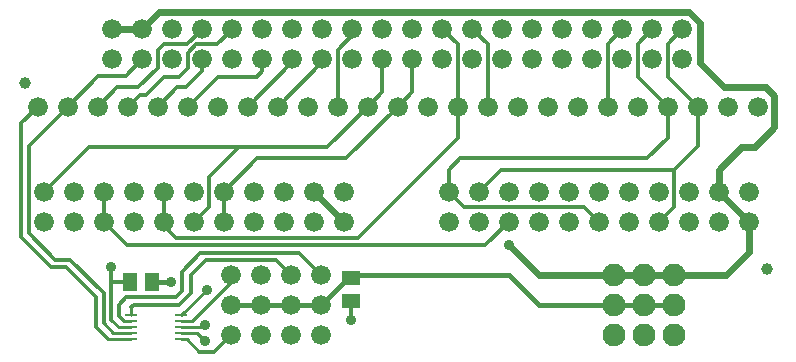
<source format=gbr>
G04 EAGLE Gerber RS-274X export*
G75*
%MOMM*%
%FSLAX34Y34*%
%LPD*%
%INTop Copper*%
%IPPOS*%
%AMOC8*
5,1,8,0,0,1.08239X$1,22.5*%
G01*
%ADD10C,1.676400*%
%ADD11C,1.000000*%
%ADD12C,1.930400*%
%ADD13R,1.000000X0.250000*%
%ADD14R,1.240000X1.500000*%
%ADD15R,1.500000X1.240000*%
%ADD16C,0.558800*%
%ADD17C,0.906400*%
%ADD18C,0.304800*%
%ADD19C,0.254000*%
%ADD20C,0.406400*%


D10*
X83700Y252300D03*
X83700Y277700D03*
X109100Y252300D03*
X109100Y277700D03*
X134500Y252300D03*
X134500Y277700D03*
X159900Y252300D03*
X159900Y277700D03*
X185300Y252300D03*
X185300Y277700D03*
X210700Y252300D03*
X210700Y277700D03*
X236100Y252300D03*
X236100Y277700D03*
X261500Y252300D03*
X261500Y277700D03*
X286900Y252300D03*
X286900Y277700D03*
X312300Y252300D03*
X312300Y277700D03*
X337700Y252300D03*
X337700Y277700D03*
X363100Y252300D03*
X363100Y277700D03*
X388500Y252300D03*
X388500Y277700D03*
X413900Y252300D03*
X413900Y277700D03*
X439300Y252300D03*
X439300Y277700D03*
X464700Y252300D03*
X464700Y277700D03*
X490100Y252300D03*
X490100Y277700D03*
X515500Y252300D03*
X515500Y277700D03*
X540900Y252300D03*
X540900Y277700D03*
X566300Y252300D03*
X566300Y277700D03*
X20320Y212090D03*
X45720Y212090D03*
X71120Y212090D03*
X96520Y212090D03*
X121920Y212090D03*
X147320Y212090D03*
X172720Y212090D03*
X198120Y212090D03*
X223520Y212090D03*
X248920Y212090D03*
X274320Y212090D03*
X299720Y212090D03*
X325120Y212090D03*
X350520Y212090D03*
X375920Y212090D03*
X401320Y212090D03*
X426720Y212090D03*
X452120Y212090D03*
X477520Y212090D03*
X502920Y212090D03*
X528320Y212090D03*
X553720Y212090D03*
X579120Y212090D03*
X604520Y212090D03*
X629920Y212090D03*
D11*
X9525Y231775D03*
X637540Y74930D03*
D12*
X508000Y69850D03*
X533400Y69850D03*
X558800Y69850D03*
X508000Y44450D03*
X533400Y44450D03*
X558800Y44450D03*
X508000Y19050D03*
X533400Y19050D03*
X558800Y19050D03*
D10*
X25400Y139700D03*
X50800Y139700D03*
X76200Y139700D03*
X101600Y139700D03*
X127000Y139700D03*
X152400Y139700D03*
X177800Y139700D03*
X203200Y139700D03*
X228600Y139700D03*
X254000Y139700D03*
X279400Y139700D03*
X25400Y114300D03*
X50800Y114300D03*
X76200Y114300D03*
X101600Y114300D03*
X127000Y114300D03*
X152400Y114300D03*
X177800Y114300D03*
X203200Y114300D03*
X228600Y114300D03*
X254000Y114300D03*
X279400Y114300D03*
X368300Y139700D03*
X393700Y139700D03*
X419100Y139700D03*
X444500Y139700D03*
X469900Y139700D03*
X495300Y139700D03*
X520700Y139700D03*
X546100Y139700D03*
X571500Y139700D03*
X596900Y139700D03*
X622300Y139700D03*
X368300Y114300D03*
X393700Y114300D03*
X419100Y114300D03*
X444500Y114300D03*
X469900Y114300D03*
X495300Y114300D03*
X520700Y114300D03*
X546100Y114300D03*
X571500Y114300D03*
X596900Y114300D03*
X622300Y114300D03*
D13*
X141781Y15400D03*
X141781Y20400D03*
X141781Y25400D03*
X141781Y30400D03*
X141781Y35400D03*
X99519Y35400D03*
X99519Y30400D03*
X99519Y25400D03*
X99519Y20400D03*
X99519Y15400D03*
D14*
X117450Y63500D03*
X98450Y63500D03*
D15*
X285750Y66650D03*
X285750Y47650D03*
D10*
X184150Y44450D03*
X209550Y44450D03*
X234950Y44450D03*
X260350Y44450D03*
X184150Y69850D03*
X209550Y69850D03*
X234950Y69850D03*
X260350Y69850D03*
X184150Y19050D03*
X209550Y19050D03*
X234950Y19050D03*
X260350Y19050D03*
D16*
X508000Y69850D02*
X533400Y69850D01*
X558800Y69850D01*
X622300Y114300D02*
X596900Y139700D01*
X279400Y114300D02*
X254000Y139700D01*
X109100Y277700D02*
X83700Y277700D01*
X123500Y292100D02*
X571500Y292100D01*
X581025Y282575D01*
X581025Y249238D01*
X601663Y228600D01*
X636905Y228600D01*
X644081Y221425D01*
X644081Y194501D01*
X123500Y292100D02*
X109100Y277700D01*
X419100Y95250D02*
X444500Y69850D01*
X508000Y69850D01*
D17*
X419100Y95250D03*
D16*
X622300Y88900D02*
X622300Y114300D01*
X622300Y88900D02*
X603250Y69850D01*
X558800Y69850D01*
X596900Y139700D02*
X596900Y158750D01*
X615950Y177800D01*
X627380Y177800D01*
X644081Y194501D01*
D18*
X94925Y238125D02*
X71755Y238125D01*
X94925Y238125D02*
X109100Y252300D01*
X71755Y238125D02*
X45720Y212090D01*
X12700Y179070D02*
X12700Y104775D01*
X12700Y179070D02*
X45720Y212090D01*
X47625Y82550D02*
X34925Y82550D01*
X12700Y104775D01*
D19*
X84375Y20400D02*
X99519Y20400D01*
X84375Y20400D02*
X76200Y28575D01*
D18*
X76200Y53975D01*
X47625Y82550D01*
X6350Y101600D02*
X6350Y198120D01*
X20320Y212090D01*
X44450Y76200D02*
X69375Y51275D01*
X44450Y76200D02*
X31750Y76200D01*
X6350Y101600D01*
X69375Y51275D02*
X69375Y25875D01*
D19*
X79850Y15400D01*
X99519Y15400D01*
D18*
X121920Y212090D02*
X138430Y228600D01*
X146050Y228600D01*
X159900Y242450D01*
X159900Y252300D01*
X172720Y237490D02*
X147320Y212090D01*
X172720Y237490D02*
X205740Y237490D01*
X210700Y242450D01*
X210700Y252300D01*
X236100Y250070D02*
X198120Y212090D01*
X236100Y250070D02*
X236100Y252300D01*
X261500Y250070D02*
X223520Y212090D01*
X261500Y250070D02*
X261500Y252300D01*
X312300Y252300D02*
X312300Y224670D01*
X63500Y177800D02*
X25400Y139700D01*
X63500Y177800D02*
X190500Y177800D01*
X265430Y177800D01*
X165100Y127000D02*
X152400Y114300D01*
X165100Y127000D02*
X165100Y152400D01*
X190500Y177800D01*
X299720Y212090D02*
X312300Y224670D01*
X299720Y212090D02*
X265430Y177800D01*
X337700Y224670D02*
X337700Y252300D01*
X177800Y139700D02*
X177800Y114300D01*
X177800Y139700D02*
X206375Y168275D01*
X281305Y168275D01*
X325120Y212090D02*
X337700Y224670D01*
X325120Y212090D02*
X281305Y168275D01*
D20*
X508000Y44450D02*
X533400Y44450D01*
X558800Y44450D01*
D19*
X88900Y25400D02*
X82550Y31750D01*
X88900Y25400D02*
X99519Y25400D01*
D20*
X184150Y44450D02*
X234950Y44450D01*
X260350Y44450D01*
X285750Y69850D01*
X419100Y69850D01*
X444500Y44450D01*
X508000Y44450D01*
D17*
X82550Y76200D03*
D18*
X82550Y63500D02*
X82550Y31750D01*
X82550Y63500D02*
X82550Y76200D01*
X82550Y63500D02*
X98450Y63500D01*
D20*
X285750Y66650D02*
X285750Y69850D01*
X101600Y63500D02*
X98450Y63500D01*
D19*
X141781Y15400D02*
X146525Y15400D01*
X157163Y4763D01*
D18*
X169863Y4763D01*
X184150Y19050D01*
D20*
X133350Y63500D02*
X117450Y63500D01*
D17*
X133350Y63500D03*
D19*
X141781Y25400D02*
X160338Y25400D01*
D18*
X161925Y26988D01*
D17*
X161925Y26988D03*
D18*
X71120Y212090D02*
X87630Y228600D01*
X105410Y228600D01*
X121920Y245110D01*
X121920Y259715D01*
X127000Y264795D01*
X146685Y264795D01*
X159240Y277350D01*
X159900Y277700D01*
X106680Y222250D02*
X96520Y212090D01*
X106680Y222250D02*
X111760Y222250D01*
X127000Y237490D01*
X139700Y237490D01*
X147320Y245110D01*
X147320Y257810D01*
X154305Y264795D01*
X172085Y264795D01*
X184640Y277350D01*
X185300Y277700D01*
X286900Y277700D02*
X286900Y272930D01*
X274320Y260350D01*
X274320Y212090D01*
X127000Y114300D02*
X127000Y111125D01*
X137160Y100965D01*
X291465Y100965D01*
X127000Y114300D02*
X127000Y139700D01*
X363100Y277700D02*
X375920Y264880D01*
X375920Y212090D01*
X375920Y185420D02*
X291465Y100965D01*
X375920Y185420D02*
X375920Y212090D01*
X401320Y264880D02*
X388500Y277700D01*
X401320Y264880D02*
X401320Y212090D01*
X502920Y212090D02*
X502920Y265120D01*
X515500Y277700D01*
X536575Y168275D02*
X377825Y168275D01*
X482600Y127000D02*
X495300Y114300D01*
X482600Y127000D02*
X381000Y127000D01*
X368300Y139700D01*
X536575Y168275D02*
X553720Y185420D01*
X553720Y212090D01*
X528638Y237173D01*
X528638Y265438D01*
X540900Y277700D01*
X368300Y158750D02*
X368300Y139700D01*
X368300Y158750D02*
X377825Y168275D01*
X393700Y139700D02*
X412750Y158750D01*
X558800Y158750D01*
X558800Y127000D02*
X546100Y114300D01*
X558800Y127000D02*
X558800Y158750D01*
X579120Y179070D02*
X579120Y212090D01*
X579120Y179070D02*
X558800Y158750D01*
X554038Y237173D02*
X554038Y265438D01*
X554038Y237173D02*
X579120Y212090D01*
X554038Y265438D02*
X566300Y277700D01*
X95885Y94615D02*
X76200Y114300D01*
X95885Y94615D02*
X399415Y94615D01*
X419100Y114300D01*
X76200Y114300D02*
X76200Y139700D01*
D17*
X161688Y14050D03*
X285750Y31750D03*
D18*
X285750Y47650D01*
D19*
X155338Y20400D02*
X141781Y20400D01*
X155338Y20400D02*
X161688Y14050D01*
D18*
X184150Y63500D02*
X184150Y69850D01*
D19*
X151050Y30400D02*
X141781Y30400D01*
X151050Y30400D02*
X184150Y63500D01*
X142080Y35400D02*
X141781Y35400D01*
X142080Y35400D02*
X163830Y57150D01*
D17*
X163830Y57150D03*
D19*
X99519Y42369D02*
X99519Y35400D01*
D18*
X222250Y82550D02*
X234950Y69850D01*
X101600Y44450D02*
X99519Y42369D01*
X101600Y44450D02*
X139700Y44450D01*
X149860Y54610D01*
X162560Y82550D02*
X222250Y82550D01*
X162560Y82550D02*
X149860Y69850D01*
X149860Y54610D01*
D19*
X99519Y30400D02*
X93425Y30400D01*
X88900Y34925D01*
D18*
X88900Y44450D01*
X95250Y50800D01*
X137160Y50800D01*
X241935Y88265D02*
X260350Y69850D01*
X142240Y55880D02*
X137160Y50800D01*
X142240Y55880D02*
X142240Y72390D01*
X158115Y88265D02*
X241935Y88265D01*
X158115Y88265D02*
X142240Y72390D01*
M02*

</source>
